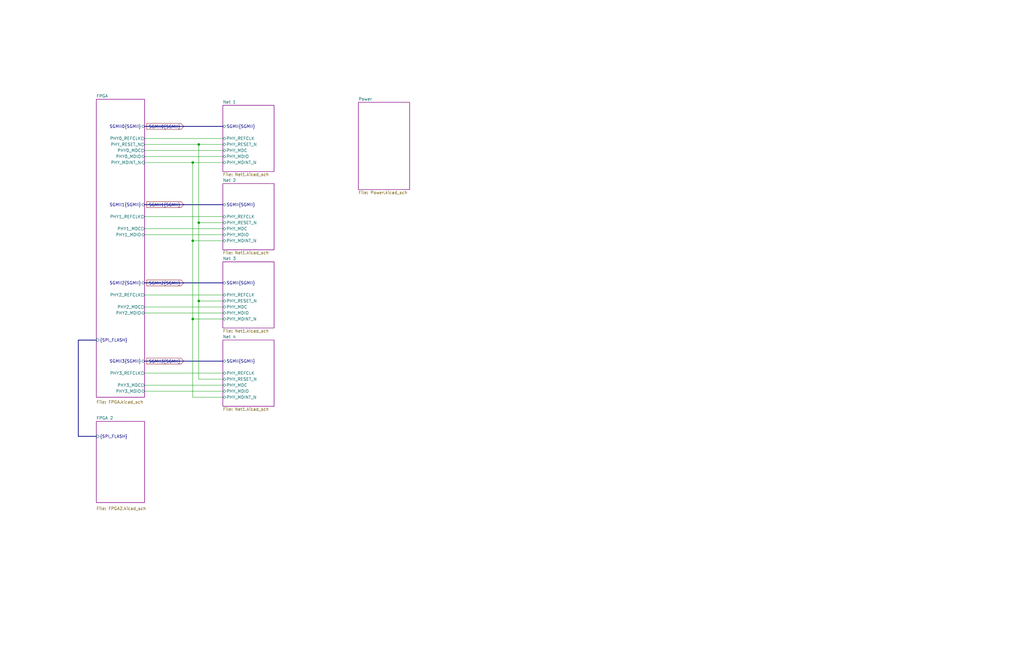
<source format=kicad_sch>
(kicad_sch (version 20200608) (host eeschema "5.99.0-unknown-1973153~101~ubuntu20.04.1")
  (page 1 12)
  (paper "B")
  (lib_symbols)
  (junction (at 81.28 68.58))
  (junction (at 81.28 101.6))
  (junction (at 81.28 134.62))
  (junction (at 83.82 60.96))
  (junction (at 83.82 93.98))
  (junction (at 83.82 127))
  (wire (pts (xy 60.96 58.42) (xy 93.98 58.42)))
  (wire (pts (xy 60.96 60.96) (xy 83.82 60.96)))
  (wire (pts (xy 60.96 63.5) (xy 93.98 63.5)))
  (wire (pts (xy 60.96 66.04) (xy 93.98 66.04)))
  (wire (pts (xy 60.96 68.58) (xy 81.28 68.58)))
  (wire (pts (xy 60.96 91.44) (xy 93.98 91.44)))
  (wire (pts (xy 60.96 96.52) (xy 93.98 96.52)))
  (wire (pts (xy 60.96 99.06) (xy 93.98 99.06)))
  (wire (pts (xy 60.96 124.46) (xy 93.98 124.46)))
  (wire (pts (xy 60.96 129.54) (xy 93.98 129.54)))
  (wire (pts (xy 60.96 132.08) (xy 93.98 132.08)))
  (wire (pts (xy 60.96 157.48) (xy 93.98 157.48)))
  (wire (pts (xy 60.96 162.56) (xy 93.98 162.56)))
  (wire (pts (xy 60.96 165.1) (xy 93.98 165.1)))
  (wire (pts (xy 81.28 68.58) (xy 81.28 101.6)))
  (wire (pts (xy 81.28 68.58) (xy 93.98 68.58)))
  (wire (pts (xy 81.28 134.62) (xy 81.28 101.6)))
  (wire (pts (xy 81.28 167.64) (xy 81.28 134.62)))
  (wire (pts (xy 83.82 60.96) (xy 93.98 60.96)))
  (wire (pts (xy 83.82 93.98) (xy 83.82 60.96)))
  (wire (pts (xy 83.82 127) (xy 83.82 93.98)))
  (wire (pts (xy 83.82 160.02) (xy 83.82 127)))
  (wire (pts (xy 93.98 93.98) (xy 83.82 93.98)))
  (wire (pts (xy 93.98 101.6) (xy 81.28 101.6)))
  (wire (pts (xy 93.98 127) (xy 83.82 127)))
  (wire (pts (xy 93.98 134.62) (xy 81.28 134.62)))
  (wire (pts (xy 93.98 160.02) (xy 83.82 160.02)))
  (wire (pts (xy 93.98 167.64) (xy 81.28 167.64)))
  (bus (pts (xy 33.02 143.51) (xy 33.02 184.15)))
  (bus (pts (xy 33.02 184.15) (xy 40.64 184.15)))
  (bus (pts (xy 40.64 143.51) (xy 33.02 143.51)))
  (bus (pts (xy 60.96 53.34) (xy 93.98 53.34)))
  (bus (pts (xy 60.96 86.36) (xy 93.98 86.36)))
  (bus (pts (xy 60.96 119.38) (xy 93.98 119.38)))
  (bus (pts (xy 60.96 152.4) (xy 93.98 152.4)))
  (global_label "SGMII0{SGMII}" (shape input) (at 77.47 53.34 180))
  (global_label "SGMII1{SGMII}" (shape input) (at 77.47 86.36 180))
  (global_label "SGMII2{SGMII}" (shape input) (at 77.47 119.38 180))
  (global_label "SGMII3{SGMII}" (shape input) (at 77.47 152.4 180))
  (sheet (at 40.64 41.91) (size 20.32 125.73) (stroke (width 0.1524) (color 132 0 132 1)) (fill (color 255 255 255 0.0000))
    (property "Sheet name" "FPGA" (at 40.64 41.2745 0) (effects (justify left bottom)))
    (property "Sheet file" "FPGA.kicad_sch" (at 40.64 168.91 0) (effects (justify left top)))
    (pin "SGMII0{SGMII}" bidirectional (at 60.96 53.34 0))
    (pin "PHY0_MDC" output (at 60.96 63.5 0))
    (pin "PHY0_MDIO" bidirectional (at 60.96 66.04 0))
    (pin "PHY_RESET_N" output (at 60.96 60.96 0))
    (pin "PHY_MDINT_N" input (at 60.96 68.58 0))
    (pin "PHY0_REFCLK" output (at 60.96 58.42 0))
    (pin "SGMII1{SGMII}" bidirectional (at 60.96 86.36 0))
    (pin "SGMII3{SGMII}" bidirectional (at 60.96 152.4 0))
    (pin "PHY1_MDIO" bidirectional (at 60.96 99.06 0))
    (pin "PHY1_MDC" output (at 60.96 96.52 0))
    (pin "PHY2_MDC" output (at 60.96 129.54 0))
    (pin "PHY1_REFCLK" output (at 60.96 91.44 0))
    (pin "PHY2_MDIO" bidirectional (at 60.96 132.08 0))
    (pin "PHY2_REFCLK" output (at 60.96 124.46 0))
    (pin "PHY3_MDC" output (at 60.96 162.56 0))
    (pin "PHY3_MDIO" bidirectional (at 60.96 165.1 0))
    (pin "PHY3_REFCLK" output (at 60.96 157.48 0))
    (pin "SGMII2{SGMII}" bidirectional (at 60.96 119.38 0))
    (pin "{SPI_FLASH}" input (at 40.64 143.51 180))
  )
  (sheet (at 40.64 177.8) (size 20.32 34.29) (stroke (width 0.1524) (color 132 0 132 1)) (fill (color 255 255 255 0.0000))
    (property "Sheet name" "FPGA 2" (at 40.64 177.1645 0) (effects (justify left bottom)))
    (property "Sheet file" "FPGA2.kicad_sch" (at 40.64 213.8685 0) (effects (justify left top)))
    (pin "{SPI_FLASH}" input (at 40.64 184.15 180))
  )
  (sheet (at 93.98 44.45) (size 21.59 27.94) (stroke (width 0.1524) (color 132 0 132 1)) (fill (color 255 255 255 0.0000))
    (property "Sheet name" "Net 1" (at 93.98 43.8145 0) (effects (justify left bottom)))
    (property "Sheet file" "Net1.kicad_sch" (at 93.98 72.8985 0) (effects (justify left top)))
    (pin "SGMII{SGMII}" bidirectional (at 93.98 53.34 180))
    (pin "PHY_REFCLK" bidirectional (at 93.98 58.42 180))
    (pin "PHY_MDIO" bidirectional (at 93.98 66.04 180))
    (pin "PHY_RESET_N" bidirectional (at 93.98 60.96 180))
    (pin "PHY_MDINT_N" bidirectional (at 93.98 68.58 180))
    (pin "PHY_MDC" bidirectional (at 93.98 63.5 180))
  )
  (sheet (at 93.98 77.47) (size 21.59 27.94) (stroke (width 0.152) (color 132 0 132 1)) (fill (color 255 255 255 0.0000))
    (property "Sheet name" "Net 2" (at 93.98 76.8345 0) (effects (justify left bottom)))
    (property "Sheet file" "Net1.kicad_sch" (at 93.98 105.9185 0) (effects (justify left top)))
    (pin "SGMII{SGMII}" bidirectional (at 93.98 86.36 180))
    (pin "PHY_REFCLK" bidirectional (at 93.98 91.44 180))
    (pin "PHY_MDIO" bidirectional (at 93.98 99.06 180))
    (pin "PHY_RESET_N" bidirectional (at 93.98 93.98 180))
    (pin "PHY_MDINT_N" bidirectional (at 93.98 101.6 180))
    (pin "PHY_MDC" bidirectional (at 93.98 96.52 180))
  )
  (sheet (at 93.98 110.49) (size 21.59 27.94) (stroke (width 0.152) (color 132 0 132 1)) (fill (color 255 255 255 0.0000))
    (property "Sheet name" "Net 3" (at 93.98 109.8545 0) (effects (justify left bottom)))
    (property "Sheet file" "Net1.kicad_sch" (at 93.98 138.9385 0) (effects (justify left top)))
    (pin "SGMII{SGMII}" bidirectional (at 93.98 119.38 180))
    (pin "PHY_REFCLK" bidirectional (at 93.98 124.46 180))
    (pin "PHY_MDIO" bidirectional (at 93.98 132.08 180))
    (pin "PHY_RESET_N" bidirectional (at 93.98 127 180))
    (pin "PHY_MDINT_N" bidirectional (at 93.98 134.62 180))
    (pin "PHY_MDC" bidirectional (at 93.98 129.54 180))
  )
  (sheet (at 93.98 143.51) (size 21.59 27.94) (stroke (width 0.152) (color 132 0 132 1)) (fill (color 255 255 255 0.0000))
    (property "Sheet name" "Net 4" (at 93.98 142.8745 0) (effects (justify left bottom)))
    (property "Sheet file" "Net1.kicad_sch" (at 93.98 171.9585 0) (effects (justify left top)))
    (pin "SGMII{SGMII}" bidirectional (at 93.98 152.4 180))
    (pin "PHY_REFCLK" bidirectional (at 93.98 157.48 180))
    (pin "PHY_MDIO" bidirectional (at 93.98 165.1 180))
    (pin "PHY_RESET_N" bidirectional (at 93.98 160.02 180))
    (pin "PHY_MDINT_N" bidirectional (at 93.98 167.64 180))
    (pin "PHY_MDC" bidirectional (at 93.98 162.56 180))
  )
  (sheet (at 151.13 43.18) (size 21.59 36.83) (stroke (width 0.1524) (color 132 0 132 1)) (fill (color 255 255 255 0.0000))
    (property "Sheet name" "Power" (at 151.13 42.5445 0) (effects (justify left bottom)))
    (property "Sheet file" "Power.kicad_sch" (at 151.13 80.5185 0) (effects (justify left top)))
  )
)
</source>
